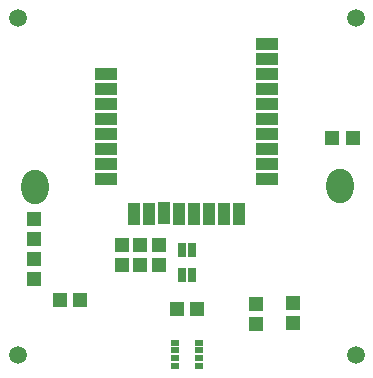
<source format=gbr>
G04 DipTrace 3.2.0.1*
G04 TopMask.gbr*
%MOIN*%
G04 #@! TF.FileFunction,Soldermask,Top*
G04 #@! TF.Part,Single*
%AMOUTLINE4*
4,1,16,
-0.045255,-0.012331,
-0.040831,-0.031568,
-0.028213,-0.047336,
-0.010003,-0.056067,
0.010191,-0.056033,
0.028371,-0.047241,
0.040935,-0.031431,
0.045296,-0.012179,
0.045255,0.012331,
0.040831,0.031568,
0.028213,0.047336,
0.010003,0.056067,
-0.010191,0.056033,
-0.028371,0.047241,
-0.040935,0.031431,
-0.045296,0.012179,
-0.045255,-0.012331,
0*%
%ADD29C,0.059055*%
%ADD32R,0.031496X0.047244*%
%ADD36R,0.027559X0.021654*%
%ADD38R,0.03937X0.074803*%
%ADD40R,0.074803X0.03937*%
%ADD42R,0.047244X0.051181*%
%ADD46R,0.051181X0.047244*%
%ADD53OUTLINE4*%
%FSLAX26Y26*%
G04*
G70*
G90*
G75*
G01*
G04 TopMask*
%LPD*%
D46*
X-423768Y-377710D3*
X-356839D3*
X33465Y-408298D3*
X-33465D3*
D29*
X-562992Y562992D3*
X562992D3*
X-562992Y-562992D3*
X562992D3*
D46*
X486051Y162248D3*
X552980D3*
D42*
X-92825Y-263314D3*
Y-196385D3*
X232581Y-458857D3*
Y-391928D3*
X355110Y-454273D3*
Y-387344D3*
D40*
X-267717Y23622D3*
Y73622D3*
Y123622D3*
Y173622D3*
Y223622D3*
Y273622D3*
Y323622D3*
Y373622D3*
X267717Y23622D3*
Y73622D3*
Y123622D3*
Y173622D3*
Y223622D3*
Y273622D3*
Y323622D3*
Y373622D3*
Y423622D3*
Y473622D3*
D38*
X-25000Y-90551D3*
X25000D3*
X-75000Y-90157D3*
X75000Y-90551D3*
X-125000D3*
X125000D3*
X-175000D3*
X175000D3*
D36*
X-40354Y-546605D3*
Y-572196D3*
X40354D3*
Y-546605D3*
X-40354Y-521014D3*
Y-597786D3*
X40354D3*
Y-521014D3*
D53*
X511240Y852D3*
X-504505Y-850D3*
D42*
X-507864Y-174217D3*
Y-107287D3*
X-507686Y-242175D3*
Y-309104D3*
D32*
X-17063Y-294613D3*
Y-211936D3*
X18370Y-294613D3*
Y-211936D3*
D42*
X-154462Y-263336D3*
Y-196407D3*
X-214402Y-262765D3*
Y-195836D3*
M02*

</source>
